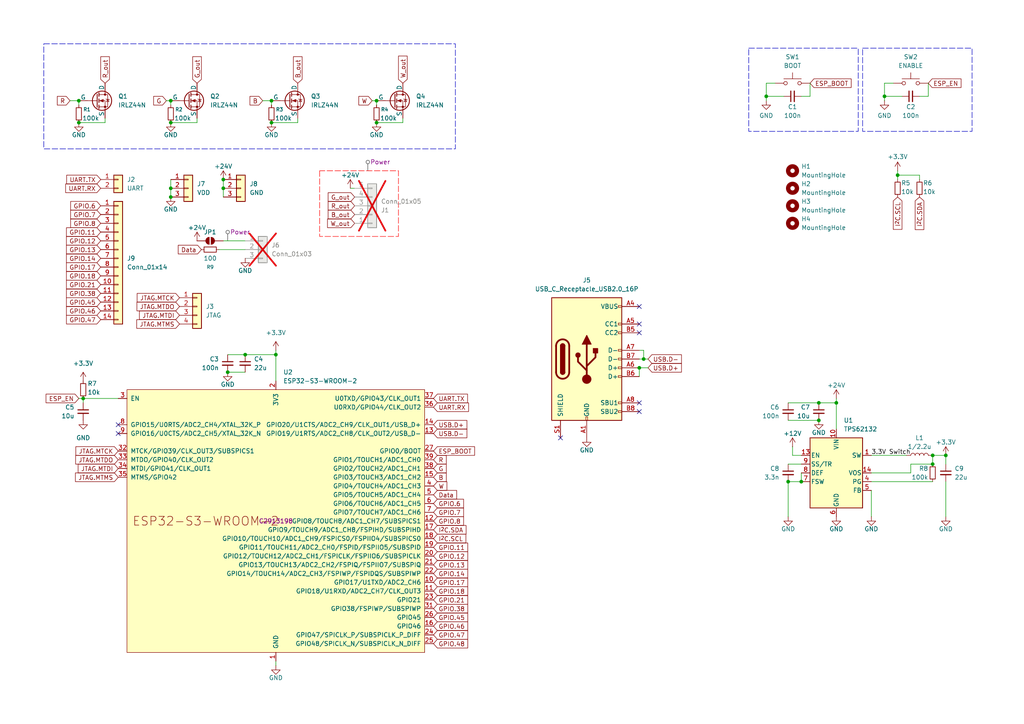
<source format=kicad_sch>
(kicad_sch (version 20250114) (generator "eeschema") (generator_version "9.0")
  (paper "A4")
  (lib_symbols
    (symbol "Connector:USB_C_Receptacle_USB2.0_16P" (pin_names (offset 1.016))
      (property "Reference" "J" (at 0 22.225 0))
      (property "Value" "USB_C_Receptacle_USB2.0_16P" (at 0 19.685 0))
      (symbol "USB_C_Receptacle_USB2.0_16P_1_1"
        (pin passive line (at -7.62 -22.86 90) (length 5.08) (name "SHIELD") (number "S1"))
        (pin passive line (at 0 -22.86 90) (length 5.08) (name "GND") (number "A1"))
        (pin passive line (at 0 -22.86 90) (length 5.08) (hide yes) (name "GND") (number "A12"))
        (pin passive line (at 0 -22.86 90) (length 5.08) (hide yes) (name "GND") (number "B1"))
        (pin passive line (at 0 -22.86 90) (length 5.08) (hide yes) (name "GND") (number "B12"))
        (pin passive line (at 15.24 15.24 180) (length 5.08) (name "VBUS") (number "A4"))
        (pin passive line (at 15.24 15.24 180) (length 5.08) (hide yes) (name "VBUS") (number "A9"))
        (pin passive line (at 15.24 15.24 180) (length 5.08) (hide yes) (name "VBUS") (number "B4"))
        (pin passive line (at 15.24 15.24 180) (length 5.08) (hide yes) (name "VBUS") (number "B9"))
        (pin bidirectional line (at 15.24 10.16 180) (length 5.08) (name "CC1") (number "A5"))
        (pin bidirectional line (at 15.24 7.62 180) (length 5.08) (name "CC2") (number "B5"))
        (pin bidirectional line (at 15.24 2.54 180) (length 5.08) (name "D-") (number "A7"))
        (pin bidirectional line (at 15.24 0 180) (length 5.08) (name "D-") (number "B7"))
        (pin bidirectional line (at 15.24 -2.54 180) (length 5.08) (name "D+") (number "A6"))
        (pin bidirectional line (at 15.24 -5.08 180) (length 5.08) (name "D+") (number "B6"))
        (pin bidirectional line (at 15.24 -12.7 180) (length 5.08) (name "SBU1") (number "A8"))
        (pin bidirectional line (at 15.24 -15.24 180) (length 5.08) (name "SBU2") (number "B8"))
      )
    )
    (symbol "Connector_Generic:Conn_01x02" (pin_names (offset 1.016) (hide yes))
      (property "Reference" "J" (at 0 2.54 0))
      (property "Value" "Conn_01x02" (at 0 -5.08 0))
      (symbol "Conn_01x02_1_1"
        (pin passive line (at -5.08 0 0) (length 3.81) (name "Pin_1") (number "1"))
        (pin passive line (at -5.08 -2.54 0) (length 3.81) (name "Pin_2") (number "2"))
      )
    )
    (symbol "Connector_Generic:Conn_01x03" (pin_names (offset 1.016) (hide yes))
      (property "Reference" "J" (at 0 5.08 0))
      (property "Value" "Conn_01x03" (at 0 -5.08 0))
      (symbol "Conn_01x03_1_1"
        (pin passive line (at -5.08 2.54 0) (length 3.81) (name "Pin_1") (number "1"))
        (pin passive line (at -5.08 0 0) (length 3.81) (name "Pin_2") (number "2"))
        (pin passive line (at -5.08 -2.54 0) (length 3.81) (name "Pin_3") (number "3"))
      )
    )
    (symbol "Connector_Generic:Conn_01x04" (pin_names (offset 1.016) (hide yes))
      (property "Reference" "J" (at 0 5.08 0))
      (property "Value" "Conn_01x04" (at 0 -7.62 0))
      (symbol "Conn_01x04_1_1"
        (pin passive line (at -5.08 2.54 0) (length 3.81) (name "Pin_1") (number "1"))
        (pin passive line (at -5.08 0 0) (length 3.81) (name "Pin_2") (number "2"))
        (pin passive line (at -5.08 -2.54 0) (length 3.81) (name "Pin_3") (number "3"))
        (pin passive line (at -5.08 -5.08 0) (length 3.81) (name "Pin_4") (number "4"))
      )
    )
    (symbol "Connector_Generic:Conn_01x05" (pin_names (offset 1.016) (hide yes))
      (property "Reference" "J" (at 0 7.62 0))
      (property "Value" "Conn_01x05" (at 0 -7.62 0))
      (symbol "Conn_01x05_1_1"
        (pin passive line (at -5.08 5.08 0) (length 3.81) (name "Pin_1") (number "1"))
        (pin passive line (at -5.08 2.54 0) (length 3.81) (name "Pin_2") (number "2"))
        (pin passive line (at -5.08 0 0) (length 3.81) (name "Pin_3") (number "3"))
        (pin passive line (at -5.08 -2.54 0) (length 3.81) (name "Pin_4") (number "4"))
        (pin passive line (at -5.08 -5.08 0) (length 3.81) (name "Pin_5") (number "5"))
      )
    )
    (symbol "Connector_Generic:Conn_01x14" (pin_names (offset 1.016) (hide yes))
      (property "Reference" "J" (at 0 17.78 0))
      (property "Value" "Conn_01x14" (at 0 -20.32 0))
      (symbol "Conn_01x14_1_1"
        (pin passive line (at -5.08 15.24 0) (length 3.81) (name "Pin_1") (number "1"))
        (pin passive line (at -5.08 12.7 0) (length 3.81) (name "Pin_2") (number "2"))
        (pin passive line (at -5.08 10.16 0) (length 3.81) (name "Pin_3") (number "3"))
        (pin passive line (at -5.08 7.62 0) (length 3.81) (name "Pin_4") (number "4"))
        (pin passive line (at -5.08 5.08 0) (length 3.81) (name "Pin_5") (number "5"))
        (pin passive line (at -5.08 2.54 0) (length 3.81) (name "Pin_6") (number "6"))
        (pin passive line (at -5.08 0 0) (length 3.81) (name "Pin_7") (number "7"))
        (pin passive line (at -5.08 -2.54 0) (length 3.81) (name "Pin_8") (number "8"))
        (pin passive line (at -5.08 -5.08 0) (length 3.81) (name "Pin_9") (number "9"))
        (pin passive line (at -5.08 -7.62 0) (length 3.81) (name "Pin_10") (number "10"))
        (pin passive line (at -5.08 -10.16 0) (length 3.81) (name "Pin_11") (number "11"))
        (pin passive line (at -5.08 -12.7 0) (length 3.81) (name "Pin_12") (number "12"))
        (pin passive line (at -5.08 -15.24 0) (length 3.81) (name "Pin_13") (number "13"))
        (pin passive line (at -5.08 -17.78 0) (length 3.81) (name "Pin_14") (number "14"))
      )
    )
    (symbol "Device:C_Small" (pin_numbers (hide yes)) (pin_names (offset 0.254) (hide yes))
      (property "Reference" "C" (at 0.254 1.778 0))
      (property "Value" "C_Small" (at 0.254 -2.032 0))
      (symbol "C_Small_1_1"
        (pin passive line (at 0 2.54 270) (length 2.032) (name "~") (number "1"))
        (pin passive line (at 0 -2.54 90) (length 2.032) (name "~") (number "2"))
      )
    )
    (symbol "Device:L" (pin_numbers (hide yes)) (pin_names (offset 1.016) (hide yes))
      (property "Reference" "L" (at -1.27 0 90))
      (property "Value" "L" (at 1.905 0 90))
      (symbol "L_1_1"
        (pin passive line (at 0 3.81 270) (length 1.27) (name "1") (number "1"))
        (pin passive line (at 0 -3.81 90) (length 1.27) (name "2") (number "2"))
      )
    )
    (symbol "Device:R_Small" (pin_numbers (hide yes)) (pin_names (offset 0.254) (hide yes))
      (property "Reference" "R" (at 0 0 90))
      (property "Value" "R_Small" (at 1.778 0 90))
      (symbol "R_Small_1_1"
        (pin passive line (at 0 2.54 270) (length 0.762) (name "~") (number "1"))
        (pin passive line (at 0 -2.54 90) (length 0.762) (name "~") (number "2"))
      )
    )
    (symbol "Jumper:SolderJumper_2_Open" (pin_numbers (hide yes)) (pin_names (offset 0) (hide yes)) (in_bom no)
      (property "Reference" "JP" (at 0 2.032 0))
      (property "Value" "SolderJumper_2_Open" (at 0 -2.54 0))
      (symbol "SolderJumper_2_Open_1_1"
        (pin passive line (at -3.81 0 0) (length 2.54) (name "A") (number "1"))
        (pin passive line (at 3.81 0 180) (length 2.54) (name "B") (number "2"))
      )
    )
    (symbol "Mechanical:MountingHole" (pin_names (offset 1.016)) (in_bom no)
      (property "Reference" "H" (at 0 5.08 0))
      (property "Value" "MountingHole" (at 0 3.175 0))
    )
    (symbol "PCM_Espressif:ESP32-S3-WROOM-2" (pin_names (offset 1.016))
      (property "Reference" "U" (at -43.18 43.18 0))
      (property "Value" "ESP32-S3-WROOM-2" (at -43.18 40.64 0))
      (symbol "ESP32-S3-WROOM-2_0_0"
        (text "ESP32-S3-WROOM-2" (at -20.32 0 0) (effects (font (size 2.54 2.54))))
        (pin input line (at -45.72 35.56 0) (length 2.54) (name "EN") (number "3"))
        (pin bidirectional line (at -45.72 27.94 0) (length 2.54) (name "GPIO15/U0RTS/ADC2_CH4/XTAL_32K_P") (number "8"))
        (pin bidirectional line (at -45.72 25.4 0) (length 2.54) (name "GPIO16/U0CTS/ADC2_CH5/XTAL_32K_N") (number "9"))
        (pin bidirectional line (at -45.72 20.32 0) (length 2.54) (name "MTCK/GPIO39/CLK_OUT3/SUBSPICS1") (number "32"))
        (pin bidirectional line (at -45.72 17.78 0) (length 2.54) (name "MTDO/GPIO40/CLK_OUT2") (number "33"))
        (pin bidirectional line (at -45.72 15.24 0) (length 2.54) (name "MTDI/GPIO41/CLK_OUT1") (number "34"))
        (pin bidirectional line (at -45.72 12.7 0) (length 2.54) (name "MTMS/GPIO42") (number "35"))
        (pin no_connect line (at -43.18 -30.48 0) (length 2.54) (hide yes) (name "NC") (number "30"))
        (pin no_connect line (at -43.18 -33.02 0) (length 2.54) (hide yes) (name "NC") (number "29"))
        (pin no_connect line (at -43.18 -35.56 0) (length 2.54) (hide yes) (name "NC") (number "28"))
        (pin power_in line (at 0 40.64 270) (length 2.54) (name "3V3") (number "2"))
        (pin power_in line (at 0 -40.64 90) (length 2.54) (name "GND") (number "1"))
        (pin passive line (at 0 -40.64 90) (length 2.54) (hide yes) (name "GND") (number "40"))
        (pin passive line (at 0 -40.64 90) (length 2.54) (hide yes) (name "GND") (number "41"))
        (pin bidirectional line (at 45.72 35.56 180) (length 2.54) (name "U0TXD/GPIO43/CLK_OUT1") (number "37"))
        (pin bidirectional line (at 45.72 33.02 180) (length 2.54) (name "U0RXD/GPIO44/CLK_OUT2") (number "36"))
        (pin bidirectional line (at 45.72 27.94 180) (length 2.54) (name "GPIO20/U1CTS/ADC2_CH9/CLK_OUT1/USB_D+") (number "14"))
        (pin bidirectional line (at 45.72 25.4 180) (length 2.54) (name "GPIO19/U1RTS/ADC2_CH8/CLK_OUT2/USB_D-") (number "13"))
        (pin bidirectional line (at 45.72 20.32 180) (length 2.54) (name "GPIO0/BOOT") (number "27"))
        (pin bidirectional line (at 45.72 17.78 180) (length 2.54) (name "GPIO1/TOUCH1/ADC1_CH0") (number "39"))
        (pin bidirectional line (at 45.72 15.24 180) (length 2.54) (name "GPIO2/TOUCH2/ADC1_CH1") (number "38"))
        (pin bidirectional line (at 45.72 12.7 180) (length 2.54) (name "GPIO3/TOUCH3/ADC1_CH2") (number "15"))
        (pin bidirectional line (at 45.72 10.16 180) (length 2.54) (name "GPIO4/TOUCH4/ADC1_CH3") (number "4"))
        (pin bidirectional line (at 45.72 7.62 180) (length 2.54) (name "GPIO5/TOUCH5/ADC1_CH4") (number "5"))
        (pin bidirectional line (at 45.72 5.08 180) (length 2.54) (name "GPIO6/TOUCH6/ADC1_CH5") (number "6"))
        (pin bidirectional line (at 45.72 2.54 180) (length 2.54) (name "GPIO7/TOUCH7/ADC1_CH6") (number "7"))
        (pin bidirectional line (at 45.72 0 180) (length 2.54) (name "GPIO8/TOUCH8/ADC1_CH7/SUBSPICS1") (number "12"))
        (pin bidirectional line (at 45.72 -2.54 180) (length 2.54) (name "GPIO9/TOUCH9/ADC1_CH8/FSPIHD/SUBSPIHD") (number "17"))
        (pin bidirectional line (at 45.72 -5.08 180) (length 2.54) (name "GPIO10/TOUCH10/ADC1_CH9/FSPICS0/FSPIIO4/SUBSPICS0") (number "18"))
        (pin bidirectional line (at 45.72 -7.62 180) (length 2.54) (name "GPIO11/TOUCH11/ADC2_CH0/FSPID/FSPIIO5/SUBSPID") (number "19"))
        (pin bidirectional line (at 45.72 -10.16 180) (length 2.54) (name "GPIO12/TOUCH12/ADC2_CH1/FSPICLK/FSPIIO6/SUBSPICLK") (number "20"))
        (pin bidirectional line (at 45.72 -12.7 180) (length 2.54) (name "GPIO13/TOUCH13/ADC2_CH2/FSPIQ/FSPIIO7/SUBSPIQ") (number "21"))
        (pin bidirectional line (at 45.72 -15.24 180) (length 2.54) (name "GPIO14/TOUCH14/ADC2_CH3/FSPIWP/FSPIDQS/SUBSPIWP") (number "22"))
        (pin bidirectional line (at 45.72 -17.78 180) (length 2.54) (name "GPIO17/U1TXD/ADC2_CH6") (number "10"))
        (pin bidirectional line (at 45.72 -20.32 180) (length 2.54) (name "GPIO18/U1RXD/ADC2_CH7/CLK_OUT3") (number "11"))
        (pin bidirectional line (at 45.72 -22.86 180) (length 2.54) (name "GPIO21") (number "23"))
        (pin bidirectional line (at 45.72 -25.4 180) (length 2.54) (name "GPIO38/FSPIWP/SUBSPIWP") (number "31"))
        (pin bidirectional line (at 45.72 -27.94 180) (length 2.54) (name "GPIO45") (number "26"))
        (pin bidirectional line (at 45.72 -30.48 180) (length 2.54) (name "GPIO46") (number "16"))
        (pin bidirectional line (at 45.72 -33.02 180) (length 2.54) (name "GPIO47/SPICLK_P/SUBSPICLK_P_DIFF") (number "24"))
        (pin bidirectional line (at 45.72 -35.56 180) (length 2.54) (name "GPIO48/SPICLK_N/SUBSPICLK_N_DIFF") (number "25"))
      )
    )
    (symbol "Regulator_Switching:TPS62132" (pin_names (offset 0.254))
      (property "Reference" "U" (at 3.81 13.97 0))
      (property "Value" "TPS62132" (at 3.81 11.43 0))
      (symbol "TPS62132_1_1"
        (pin input line (at -10.16 5.08 0) (length 2.54) (name "EN") (number "13"))
        (pin input line (at -10.16 2.54 0) (length 2.54) (name "SS/TR") (number "9"))
        (pin input line (at -10.16 0 0) (length 2.54) (name "DEF") (number "8"))
        (pin input line (at -10.16 -2.54 0) (length 2.54) (name "FSW") (number "7"))
        (pin power_in line (at 0 12.7 270) (length 2.54) (name "VIN") (number "10"))
        (pin passive line (at 0 12.7 270) (length 2.54) (hide yes) (name "VIN") (number "11"))
        (pin passive line (at 0 12.7 270) (length 2.54) (hide yes) (name "VIN") (number "12"))
        (pin passive line (at 0 -12.7 90) (length 2.54) (hide yes) (name "GND") (number "15"))
        (pin passive line (at 0 -12.7 90) (length 2.54) (hide yes) (name "GND") (number "16"))
        (pin passive line (at 0 -12.7 90) (length 2.54) (hide yes) (name "GND") (number "17"))
        (pin power_in line (at 0 -12.7 90) (length 2.54) (name "GND") (number "6"))
        (pin output line (at 10.16 5.08 180) (length 2.54) (name "SW") (number "1"))
        (pin passive line (at 10.16 5.08 180) (length 2.54) (hide yes) (name "SW") (number "2"))
        (pin passive line (at 10.16 5.08 180) (length 2.54) (hide yes) (name "SW") (number "3"))
        (pin input line (at 10.16 0 180) (length 2.54) (name "VOS") (number "14"))
        (pin open_collector line (at 10.16 -2.54 180) (length 2.54) (name "PG") (number "4"))
        (pin input line (at 10.16 -5.08 180) (length 2.54) (name "FB") (number "5"))
      )
    )
    (symbol "Simulation_SPICE:NMOS" (pin_numbers (hide yes)) (pin_names (offset 0))
      (property "Reference" "Q" (at 5.08 1.27 0))
      (property "Value" "NMOS" (at 5.08 -1.27 0))
      (symbol "NMOS_1_1"
        (pin input line (at -5.08 0 0) (length 2.54) (name "G") (number "2"))
        (pin passive line (at 2.54 5.08 270) (length 2.54) (name "D") (number "1"))
        (pin passive line (at 2.54 -5.08 90) (length 2.54) (name "S") (number "3"))
      )
    )
    (symbol "Switch:SW_Push" (pin_numbers (hide yes)) (pin_names (offset 1.016) (hide yes))
      (property "Reference" "SW" (at 1.27 2.54 0))
      (property "Value" "SW_Push" (at 0 -1.524 0))
      (symbol "SW_Push_0_1"
        (pin passive line (at -5.08 0 0) (length 2.54) (name "1") (number "1"))
        (pin passive line (at 5.08 0 180) (length 2.54) (name "2") (number "2"))
      )
    )
    (symbol "power:+3.3V" (power) (pin_numbers (hide yes)) (pin_names (offset 0) (hide yes))
      (property "Value" "+3.3V" (at 0 3.556 0))
      (symbol "+3.3V_1_1"
        (pin power_in line (at 0 0 90) (length 0) (name "~") (number "1"))
      )
    )
    (symbol "power:GND" (power) (pin_numbers (hide yes)) (pin_names (offset 0) (hide yes))
      (property "Value" "GND" (at 0 -3.81 0))
      (symbol "GND_1_1"
        (pin power_in line (at 0 0 270) (length 0) (name "~") (number "1"))
      )
    )
  )
  (rectangle (start 250.19 13.97) (end 281.94 38.1) (stroke (width 0) (type dash)))
  (rectangle (start 12.7 12.7) (end 132.08 43.18) (stroke (width 0) (type dash)))
  (rectangle (start 217.17 13.97) (end 248.92 38.1) (stroke (width 0) (type dash)))
  (junction (at 22.8665 35.56))
  (junction (at 49.53 35.56))
  (junction (at 109.22 35.56))
  (junction (at 228.6 139.7))
  (junction (at 232.41 139.7))
  (junction (at 270.51 132.08))
  (junction (at 270.51 134.62))
  (junction (at 78.74 29.21))
  (junction (at 66.04 107.95))
  (junction (at 49.53 57.15))
  (junction (at 222.25 27.94))
  (junction (at 274.32 132.08))
  (junction (at 237.49 121.92))
  (junction (at 22.86 29.21))
  (junction (at 256.54 27.94))
  (junction (at 24.13 115.57))
  (junction (at 71.12 102.87))
  (junction (at 109.22 29.21))
  (junction (at 49.53 54.61))
  (junction (at 242.57 116.84))
  (junction (at 237.49 116.84))
  (junction (at 185.42 106.68))
  (junction (at 78.74 35.56))
  (junction (at 64.77 52.07))
  (junction (at 64.77 54.61))
  (junction (at 260.35 50.8))
  (junction (at 49.53 29.21))
  (junction (at 186.69 104.14))
  (junction (at 80.01 102.87))
  (no_connect (at 34.29 125.73))
  (no_connect (at 185.42 88.9))
  (no_connect (at 185.42 116.84))
  (no_connect (at 185.42 93.98))
  (no_connect (at 185.42 119.38))
  (no_connect (at 34.29 123.19))
  (no_connect (at 185.42 96.52))
  (no_connect (at 162.56 127))
  (wire (pts (xy 49.53 54.61) (xy 49.53 57.15)))
  (wire (pts (xy 80.01 102.87) (xy 71.12 102.87)))
  (wire (pts (xy 22.86 115.57) (xy 24.13 115.57)))
  (wire (pts (xy 232.41 132.08) (xy 229.87 132.08)))
  (wire (pts (xy 49.53 52.07) (xy 49.53 54.61)))
  (wire (pts (xy 256.54 29.21) (xy 256.54 27.94)))
  (wire (pts (xy 109.22 35.56) (xy 116.84 35.56)))
  (wire (pts (xy 80.01 102.87) (xy 80.01 110.49)))
  (wire (pts (xy 222.25 24.13) (xy 224.79 24.13)))
  (wire (pts (xy 30.48 35.56) (xy 22.8665 35.56)))
  (wire (pts (xy 260.35 50.8) (xy 260.35 52.07)))
  (wire (pts (xy 270.51 134.62) (xy 270.51 132.08)))
  (wire (pts (xy 256.54 24.13) (xy 256.54 27.94)))
  (wire (pts (xy 24.13 115.57) (xy 34.29 115.57)))
  (wire (pts (xy 270.51 132.08) (xy 274.32 132.08)))
  (wire (pts (xy 185.42 104.14) (xy 186.69 104.14)))
  (wire (pts (xy 269.24 27.94) (xy 269.24 24.13)))
  (wire (pts (xy 22.86 30.48) (xy 22.86 29.21)))
  (wire (pts (xy 63.5 72.39) (xy 71.12 72.39)))
  (wire (pts (xy 185.42 106.68) (xy 187.96 106.68)))
  (wire (pts (xy 234.95 27.94) (xy 234.95 24.13)))
  (wire (pts (xy 252.73 132.08) (xy 262.89 132.08)))
  (wire (pts (xy 185.42 106.68) (xy 185.42 109.22)))
  (wire (pts (xy 86.36 34.29) (xy 86.36 35.56)))
  (wire (pts (xy 264.16 134.62) (xy 270.51 134.62)))
  (wire (pts (xy 264.16 134.62) (xy 264.16 137.16)))
  (wire (pts (xy 186.69 101.6) (xy 185.42 101.6)))
  (wire (pts (xy 116.84 34.29) (xy 116.84 35.56)))
  (wire (pts (xy 101.6 54.61) (xy 102.87 54.61)))
  (wire (pts (xy 264.16 137.16) (xy 252.73 137.16)))
  (wire (pts (xy 80.01 191.77) (xy 80.01 193.04)))
  (wire (pts (xy 64.77 69.85) (xy 71.12 69.85)))
  (wire (pts (xy 57.15 34.29) (xy 57.15 35.56)))
  (wire (pts (xy 107.95 29.21) (xy 109.22 29.21)))
  (wire (pts (xy 229.87 132.08) (xy 229.87 129.54)))
  (wire (pts (xy 222.25 29.21) (xy 222.25 27.94)))
  (wire (pts (xy 242.57 115.57) (xy 242.57 116.84)))
  (wire (pts (xy 66.04 107.95) (xy 71.12 107.95)))
  (wire (pts (xy 252.73 142.24) (xy 252.73 149.86)))
  (wire (pts (xy 109.22 30.48) (xy 109.22 29.21)))
  (wire (pts (xy 80.01 101.6) (xy 80.01 102.87)))
  (wire (pts (xy 64.77 54.61) (xy 64.77 57.15)))
  (wire (pts (xy 78.74 30.48) (xy 78.74 29.21)))
  (wire (pts (xy 64.77 52.07) (xy 64.77 54.61)))
  (wire (pts (xy 252.73 139.7) (xy 270.51 139.7)))
  (wire (pts (xy 78.74 35.56) (xy 86.36 35.56)))
  (wire (pts (xy 260.35 50.8) (xy 266.7 50.8)))
  (wire (pts (xy 228.6 134.62) (xy 232.41 134.62)))
  (wire (pts (xy 274.32 132.08) (xy 274.32 134.62)))
  (wire (pts (xy 256.54 24.13) (xy 259.08 24.13)))
  (wire (pts (xy 22.8665 35.56) (xy 22.86 35.56)))
  (wire (pts (xy 222.25 27.94) (xy 227.33 27.94)))
  (wire (pts (xy 228.6 116.84) (xy 237.49 116.84)))
  (wire (pts (xy 76.2 29.21) (xy 78.74 29.21)))
  (wire (pts (xy 232.41 137.16) (xy 232.41 139.7)))
  (wire (pts (xy 20.32 29.21) (xy 22.86 29.21)))
  (wire (pts (xy 24.13 116.84) (xy 24.13 115.57)))
  (wire (pts (xy 242.57 116.84) (xy 242.57 124.46)))
  (wire (pts (xy 57.15 35.56) (xy 49.53 35.56)))
  (wire (pts (xy 186.69 101.6) (xy 186.69 104.14)))
  (wire (pts (xy 228.6 139.7) (xy 232.41 139.7)))
  (wire (pts (xy 48.26 29.21) (xy 49.53 29.21)))
  (wire (pts (xy 232.41 27.94) (xy 234.95 27.94)))
  (wire (pts (xy 186.69 104.14) (xy 187.96 104.14)))
  (wire (pts (xy 222.25 24.13) (xy 222.25 27.94)))
  (wire (pts (xy 274.32 139.7) (xy 274.32 149.86)))
  (wire (pts (xy 228.6 121.92) (xy 237.49 121.92)))
  (wire (pts (xy 256.54 27.94) (xy 261.62 27.94)))
  (wire (pts (xy 237.49 116.84) (xy 242.57 116.84)))
  (wire (pts (xy 71.12 102.87) (xy 66.04 102.87)))
  (wire (pts (xy 30.48 34.29) (xy 30.48 35.56)))
  (wire (pts (xy 266.7 52.07) (xy 266.7 50.8)))
  (wire (pts (xy 266.7 27.94) (xy 269.24 27.94)))
  (wire (pts (xy 260.35 49.53) (xy 260.35 50.8)))
  (wire (pts (xy 228.6 149.86) (xy 228.6 139.7)))
  (wire (pts (xy 49.53 30.48) (xy 49.53 29.21)))
  (label "3.3V Switch" (at 252.73 132.08 0))
  (global_label "GPIO.14" (shape input) (at 125.73 166.37 0) (property "Intersheetrefs" "${INTERSHEET_REFS}" (effects (hide yes))))
  (global_label "I^{2}C.SDA" (shape input) (at 266.7 57.15 270) (property "Intersheetrefs" "${INTERSHEET_REFS}" (effects (hide yes))))
  (global_label "GPIO.21" (shape input) (at 29.21 82.55 180) (property "Intersheetrefs" "${INTERSHEET_REFS}" (effects (hide yes))))
  (global_label "R_out" (shape input) (at 30.48 24.13 90) (property "Intersheetrefs" "${INTERSHEET_REFS}" (effects (hide yes))))
  (global_label "G" (shape input) (at 125.73 135.89 0) (property "Intersheetrefs" "${INTERSHEET_REFS}" (effects (hide yes))))
  (global_label "JTAG.MTCK" (shape input) (at 52.07 86.36 180) (property "Intersheetrefs" "${INTERSHEET_REFS}" (effects (hide yes))))
  (global_label "Data" (shape input) (at 125.73 143.51 0) (property "Intersheetrefs" "${INTERSHEET_REFS}" (effects (hide yes))))
  (global_label "GPIO.7" (shape input) (at 29.21 62.23 180) (property "Intersheetrefs" "${INTERSHEET_REFS}" (effects (hide yes))))
  (global_label "UART.RX" (shape input) (at 29.21 54.61 180) (property "Intersheetrefs" "${INTERSHEET_REFS}" (effects (hide yes))))
  (global_label "GPIO.45" (shape input) (at 29.21 87.63 180) (property "Intersheetrefs" "${INTERSHEET_REFS}" (effects (hide yes))))
  (global_label "JTAG.MTDI" (shape input) (at 52.07 91.44 180) (property "Intersheetrefs" "${INTERSHEET_REFS}" (effects (hide yes))))
  (global_label "R" (shape input) (at 125.73 133.35 0) (property "Intersheetrefs" "${INTERSHEET_REFS}" (effects (hide yes))))
  (global_label "W" (shape input) (at 125.73 140.97 0) (property "Intersheetrefs" "${INTERSHEET_REFS}" (effects (hide yes))))
  (global_label "GPIO.46" (shape input) (at 29.21 90.17 180) (property "Intersheetrefs" "${INTERSHEET_REFS}" (effects (hide yes))))
  (global_label "USB.D+" (shape input) (at 187.96 106.68 0) (property "Intersheetrefs" "${INTERSHEET_REFS}" (effects (hide yes))))
  (global_label "B_out" (shape input) (at 86.36 24.13 90) (property "Intersheetrefs" "${INTERSHEET_REFS}" (effects (hide yes))))
  (global_label "GPIO.8" (shape input) (at 125.73 151.13 0) (property "Intersheetrefs" "${INTERSHEET_REFS}" (effects (hide yes))))
  (global_label "R_out" (shape input) (at 102.87 59.69 180) (property "Intersheetrefs" "${INTERSHEET_REFS}" (effects (hide yes))))
  (global_label "GPIO.8" (shape input) (at 29.21 64.77 180) (property "Intersheetrefs" "${INTERSHEET_REFS}" (effects (hide yes))))
  (global_label "W_out" (shape input) (at 116.84 24.13 90) (property "Intersheetrefs" "${INTERSHEET_REFS}" (effects (hide yes))))
  (global_label "GPIO.17" (shape input) (at 125.73 168.91 0) (property "Intersheetrefs" "${INTERSHEET_REFS}" (effects (hide yes))))
  (global_label "GPIO.18" (shape input) (at 29.21 80.01 180) (property "Intersheetrefs" "${INTERSHEET_REFS}" (effects (hide yes))))
  (global_label "GPIO.48" (shape input) (at 125.73 186.69 0) (property "Intersheetrefs" "${INTERSHEET_REFS}" (effects (hide yes))))
  (global_label "GPIO.47" (shape input) (at 29.21 92.71 180) (property "Intersheetrefs" "${INTERSHEET_REFS}" (effects (hide yes))))
  (global_label "GPIO.17" (shape input) (at 29.21 77.47 180) (property "Intersheetrefs" "${INTERSHEET_REFS}" (effects (hide yes))))
  (global_label "GPIO.12" (shape input) (at 29.21 69.85 180) (property "Intersheetrefs" "${INTERSHEET_REFS}" (effects (hide yes))))
  (global_label "G" (shape input) (at 48.26 29.21 180) (property "Intersheetrefs" "${INTERSHEET_REFS}" (effects (hide yes))))
  (global_label "Data" (shape input) (at 58.42 72.39 180) (property "Intersheetrefs" "${INTERSHEET_REFS}" (effects (hide yes))))
  (global_label "GPIO.13" (shape input) (at 29.21 72.39 180) (property "Intersheetrefs" "${INTERSHEET_REFS}" (effects (hide yes))))
  (global_label "USB.D+" (shape input) (at 125.73 123.19 0) (property "Intersheetrefs" "${INTERSHEET_REFS}" (effects (hide yes))))
  (global_label "ESP_BOOT" (shape input) (at 234.95 24.13 0) (property "Intersheetrefs" "${INTERSHEET_REFS}" (effects (hide yes))))
  (global_label "W" (shape input) (at 107.95 29.21 180) (property "Intersheetrefs" "${INTERSHEET_REFS}" (effects (hide yes))))
  (global_label "W_out" (shape input) (at 102.87 64.77 180) (property "Intersheetrefs" "${INTERSHEET_REFS}" (effects (hide yes))))
  (global_label "G_out" (shape input) (at 102.87 57.15 180) (property "Intersheetrefs" "${INTERSHEET_REFS}" (effects (hide yes))))
  (global_label "JTAG.MTDO" (shape input) (at 52.07 88.9 180) (property "Intersheetrefs" "${INTERSHEET_REFS}" (effects (hide yes))))
  (global_label "GPIO.38" (shape input) (at 29.21 85.09 180) (property "Intersheetrefs" "${INTERSHEET_REFS}" (effects (hide yes))))
  (global_label "UART.TX" (shape input) (at 125.73 115.57 0) (property "Intersheetrefs" "${INTERSHEET_REFS}" (effects (hide yes))))
  (global_label "GPIO.13" (shape input) (at 125.73 163.83 0) (property "Intersheetrefs" "${INTERSHEET_REFS}" (effects (hide yes))))
  (global_label "USB.D-" (shape input) (at 125.73 125.73 0) (property "Intersheetrefs" "${INTERSHEET_REFS}" (effects (hide yes))))
  (global_label "I^{2}C.SCL" (shape input) (at 260.35 57.15 270) (property "Intersheetrefs" "${INTERSHEET_REFS}" (effects (hide yes))))
  (global_label "GPIO.11" (shape input) (at 125.73 158.75 0) (property "Intersheetrefs" "${INTERSHEET_REFS}" (effects (hide yes))))
  (global_label "GPIO.45" (shape input) (at 125.73 179.07 0) (property "Intersheetrefs" "${INTERSHEET_REFS}" (effects (hide yes))))
  (global_label "GPIO.11" (shape input) (at 29.21 67.31 180) (property "Intersheetrefs" "${INTERSHEET_REFS}" (effects (hide yes))))
  (global_label "GPIO.12" (shape input) (at 125.73 161.29 0) (property "Intersheetrefs" "${INTERSHEET_REFS}" (effects (hide yes))))
  (global_label "GPIO.6" (shape input) (at 125.73 146.05 0) (property "Intersheetrefs" "${INTERSHEET_REFS}" (effects (hide yes))))
  (global_label "ESP_EN" (shape input) (at 269.24 24.13 0) (property "Intersheetrefs" "${INTERSHEET_REFS}" (effects (hide yes))))
  (global_label "B" (shape input) (at 76.2 29.21 180) (property "Intersheetrefs" "${INTERSHEET_REFS}" (effects (hide yes))))
  (global_label "JTAG.MTDO" (shape input) (at 34.29 133.35 180) (property "Intersheetrefs" "${INTERSHEET_REFS}" (effects (hide yes))))
  (global_label "JTAG.MTMS" (shape input) (at 52.07 93.98 180) (property "Intersheetrefs" "${INTERSHEET_REFS}" (effects (hide yes))))
  (global_label "UART.RX" (shape input) (at 125.73 118.11 0) (property "Intersheetrefs" "${INTERSHEET_REFS}" (effects (hide yes))))
  (global_label "JTAG.MTCK" (shape input) (at 34.29 130.81 180) (property "Intersheetrefs" "${INTERSHEET_REFS}" (effects (hide yes))))
  (global_label "GPIO.38" (shape input) (at 125.73 176.53 0) (property "Intersheetrefs" "${INTERSHEET_REFS}" (effects (hide yes))))
  (global_label "I^{2}C.SDA" (shape input) (at 125.73 153.67 0) (property "Intersheetrefs" "${INTERSHEET_REFS}" (effects (hide yes))))
  (global_label "GPIO.21" (shape input) (at 125.73 173.99 0) (property "Intersheetrefs" "${INTERSHEET_REFS}" (effects (hide yes))))
  (global_label "GPIO.14" (shape input) (at 29.21 74.93 180) (property "Intersheetrefs" "${INTERSHEET_REFS}" (effects (hide yes))))
  (global_label "USB.D-" (shape input) (at 187.96 104.14 0) (property "Intersheetrefs" "${INTERSHEET_REFS}" (effects (hide yes))))
  (global_label "GPIO.46" (shape input) (at 125.73 181.61 0) (property "Intersheetrefs" "${INTERSHEET_REFS}" (effects (hide yes))))
  (global_label "GPIO.6" (shape input) (at 29.21 59.69 180) (property "Intersheetrefs" "${INTERSHEET_REFS}" (effects (hide yes))))
  (global_label "UART.TX" (shape input) (at 29.21 52.07 180) (property "Intersheetrefs" "${INTERSHEET_REFS}" (effects (hide yes))))
  (global_label "JTAG.MTDI" (shape input) (at 34.29 135.89 180) (property "Intersheetrefs" "${INTERSHEET_REFS}" (effects (hide yes))))
  (global_label "ESP_EN" (shape input) (at 22.86 115.57 180) (property "Intersheetrefs" "${INTERSHEET_REFS}" (effects (hide yes))))
  (global_label "JTAG.MTMS" (shape input) (at 34.29 138.43 180) (property "Intersheetrefs" "${INTERSHEET_REFS}" (effects (hide yes))))
  (global_label "GPIO.47" (shape input) (at 125.73 184.15 0) (property "Intersheetrefs" "${INTERSHEET_REFS}" (effects (hide yes))))
  (global_label "ESP_BOOT" (shape input) (at 125.73 130.81 0) (property "Intersheetrefs" "${INTERSHEET_REFS}" (effects (hide yes))))
  (global_label "G_out" (shape input) (at 57.15 24.13 90) (property "Intersheetrefs" "${INTERSHEET_REFS}" (effects (hide yes))))
  (global_label "R" (shape input) (at 20.32 29.21 180) (property "Intersheetrefs" "${INTERSHEET_REFS}" (effects (hide yes))))
  (global_label "GPIO.18" (shape input) (at 125.73 171.45 0) (property "Intersheetrefs" "${INTERSHEET_REFS}" (effects (hide yes))))
  (global_label "B_out" (shape input) (at 102.87 62.23 180) (property "Intersheetrefs" "${INTERSHEET_REFS}" (effects (hide yes))))
  (global_label "B" (shape input) (at 125.73 138.43 0) (property "Intersheetrefs" "${INTERSHEET_REFS}" (effects (hide yes))))
  (global_label "I^{2}C.SCL" (shape input) (at 125.73 156.21 0) (property "Intersheetrefs" "${INTERSHEET_REFS}" (effects (hide yes))))
  (global_label "GPIO.7" (shape input) (at 125.73 148.59 0) (property "Intersheetrefs" "${INTERSHEET_REFS}" (effects (hide yes))))
  (rule_area (polyline (pts (xy 92.71 49.53) (xy 92.71 68.58) (xy 115.57 68.58) (xy 115.57 49.53)) (stroke (width 0) (type dash))))
  (netclass_flag "" (length 2.54) (shape round) (at 106.68 49.53 0) (property "Netclass" "Power" (at 107.3785 46.99 0) (effects (justify left))))
  (netclass_flag "" (length 2.54) (shape round) (at 66.04 69.85 0) (property "Netclass" "Power" (at 66.7385 67.31 0) (effects (justify left))))
  (symbol (lib_id "power:GND") (at 237.49 121.92 0) (unit 1)
    (property "Reference" "#PWR020" (effects (hide yes)))
    (property "Value" "GND" (at 237.49 125.476 0))
    (property "Description" "Power symbol creates a global label with name \"GND\" , ground" (effects (hide yes)))
  )
  (symbol (lib_id "power:GND") (at 49.53 57.15 0) (unit 1)
    (property "Reference" "#PWR031" (effects (hide yes)))
    (property "Value" "GND" (at 49.53 60.706 0))
    (property "Description" "Power symbol creates a global label with name \"GND\" , ground" (effects (hide yes)))
  )
  (symbol (lib_id "Connector_Generic:Conn_01x03") (at 54.61 54.61 0) (unit 1)
    (property "Reference" "J7" (at 57.15 53.3399 0) (effects (justify left)))
    (property "Value" "VDD" (at 57.15 55.8799 0) (effects (justify left)))
    (property "Footprint" "TerminalBlock_Phoenix:TerminalBlock_Phoenix_MKDS-1,5-3-5.08_1x03_P5.08mm_Horizontal" (effects (hide yes)))
    (property "Description" "Generic connector, single row, 01x03, script generated (kicad-library-utils/schlib/autogen/connector/)" (effects (hide yes)))
  )
  (symbol (lib_id "power:GND") (at 80.01 193.04 0) (unit 1)
    (property "Reference" "#PWR027" (effects (hide yes)))
    (property "Value" "GND" (at 80.01 196.596 0))
    (property "Description" "Power symbol creates a global label with name \"GND\" , ground" (effects (hide yes)))
  )
  (symbol (lib_id "Mechanical:MountingHole") (at 229.87 49.53 0) (unit 1) (in_bom no)
    (property "Reference" "H1" (at 232.41 48.2599 0) (effects (justify left)))
    (property "Value" "MountingHole" (at 232.41 50.7999 0) (effects (justify left)))
    (property "Footprint" "MountingHole:MountingHole_3.2mm_M3" (effects (hide yes)))
    (property "Description" "Mounting Hole without connection" (effects (hide yes)))
  )
  (symbol (lib_id "Device:R_Small") (at 270.51 137.16 0) (mirror y) (unit 1)
    (property "Reference" "R8" (at 269.24 135.89 0) (effects (justify left)))
    (property "Value" "100k" (at 269.24 138.43 0) (effects (justify left)))
    (property "Footprint" "Resistor_SMD:R_0805_2012Metric_Pad1.20x1.40mm_HandSolder" (effects (hide yes)))
    (property "Description" "Resistor, small symbol" (effects (hide yes)))
    (property "LCSC" "C3017875" (effects (hide yes)))
  )
  (symbol (lib_id "Simulation_SPICE:NMOS") (at 27.94 29.21 0) (unit 1)
    (property "Reference" "Q1" (at 34.29 27.9399 0) (effects (justify left)))
    (property "Value" "IRLZ44N" (at 34.29 30.4799 0) (effects (justify left)))
    (property "Footprint" "Package_TO_SOT_THT:TO-220-3_Vertical" (effects (hide yes)))
    (property "Datasheet" "https://ngspice.sourceforge.io/docs/ngspice-html-manual/manual.xhtml#cha_MOSFETs" (effects (hide yes)))
    (property "Description" "N-MOSFET transistor, drain/source/gate" (effects (hide yes)))
    (property "Sim.Device" "NMOS" (effects (hide yes)))
    (property "Sim.Type" "VDMOS" (effects (hide yes)))
    (property "Sim.Pins" "1=D 2=G 3=S" (effects (hide yes)))
    (property "LCSC" "C42370423" (effects (hide yes)))
  )
  (symbol (lib_id "power:+3.3V") (at 229.87 129.54 0) (unit 1)
    (property "Reference" "#PWR021" (effects (hide yes)))
    (property "Value" "+12V" (at 229.87 125.73 0))
    (property "Description" "Power symbol creates a global label with name \"+3.3V\"" (effects (hide yes)))
  )
  (symbol (lib_id "Device:C_Small") (at 66.04 105.41 0) (unit 1)
    (property "Reference" "C3" (at 63.5 104.1462 0) (effects (justify right)))
    (property "Value" "100n" (at 63.5 106.6862 0) (effects (justify right)))
    (property "Footprint" "Capacitor_SMD:C_0805_2012Metric_Pad1.18x1.45mm_HandSolder" (effects (hide yes)))
    (property "Description" "Unpolarized capacitor, small symbol" (effects (hide yes)))
  )
  (symbol (lib_id "power:+3.3V") (at 260.35 49.53 0) (unit 1)
    (property "Reference" "#PWR04" (effects (hide yes)))
    (property "Value" "+3.3V" (at 260.35 45.466 0))
    (property "Description" "Power symbol creates a global label with name \"+3.3V\"" (effects (hide yes)))
  )
  (symbol (lib_id "Device:C_Small") (at 274.32 137.16 0) (mirror y) (unit 1)
    (property "Reference" "C9" (at 276.86 135.8962 0) (effects (justify right)))
    (property "Value" "22u" (at 276.86 138.4362 0) (effects (justify right)))
    (property "Footprint" "Capacitor_SMD:C_0805_2012Metric_Pad1.18x1.45mm_HandSolder" (effects (hide yes)))
    (property "Description" "Unpolarized capacitor, small symbol" (effects (hide yes)))
  )
  (symbol (lib_id "power:+3.3V") (at 242.57 115.57 0) (unit 1)
    (property "Reference" "#PWR019" (effects (hide yes)))
    (property "Value" "+24V" (at 242.57 111.76 0))
    (property "Description" "Power symbol creates a global label with name \"+3.3V\"" (effects (hide yes)))
  )
  (symbol (lib_id "Device:R_Small") (at 266.7 54.61 0) (unit 1)
    (property "Reference" "R6" (at 267.716 53.086 0) (effects (justify left)))
    (property "Value" "10k" (at 267.716 55.626 0) (effects (justify left)))
    (property "Footprint" "Resistor_SMD:R_0805_2012Metric_Pad1.20x1.40mm_HandSolder" (effects (hide yes)))
    (property "Description" "Resistor, small symbol" (effects (hide yes)))
    (property "LCSC" "C2930231" (effects (hide yes)))
  )
  (symbol (lib_id "Device:C_Small") (at 229.87 27.94 90) (mirror x) (unit 1)
    (property "Reference" "C1" (at 229.87 30.988 90))
    (property "Value" "100n" (at 229.87 33.528 90))
    (property "Footprint" "Capacitor_SMD:C_0805_2012Metric_Pad1.18x1.45mm_HandSolder" (effects (hide yes)))
    (property "Description" "Unpolarized capacitor, small symbol" (effects (hide yes)))
  )
  (symbol (lib_id "power:GND") (at 78.74 35.56 0) (unit 1)
    (property "Reference" "#PWR07" (effects (hide yes)))
    (property "Value" "GND" (at 78.74 39.116 0))
    (property "Description" "Power symbol creates a global label with name \"GND\" , ground" (effects (hide yes)))
  )
  (symbol (lib_id "Simulation_SPICE:NMOS") (at 114.3 29.21 0) (unit 1)
    (property "Reference" "Q4" (at 120.65 27.9399 0) (effects (justify left)))
    (property "Value" "IRLZ44N" (at 120.65 30.4799 0) (effects (justify left)))
    (property "Footprint" "Package_TO_SOT_THT:TO-220-3_Vertical" (effects (hide yes)))
    (property "Datasheet" "https://ngspice.sourceforge.io/docs/ngspice-html-manual/manual.xhtml#cha_MOSFETs" (effects (hide yes)))
    (property "Description" "N-MOSFET transistor, drain/source/gate" (effects (hide yes)))
    (property "Sim.Device" "NMOS" (effects (hide yes)))
    (property "Sim.Type" "VDMOS" (effects (hide yes)))
    (property "Sim.Pins" "1=D 2=G 3=S" (effects (hide yes)))
    (property "LCSC" "C42370423" (effects (hide yes)))
  )
  (symbol (lib_id "Device:C_Small") (at 264.16 27.94 90) (mirror x) (unit 1)
    (property "Reference" "C2" (at 264.16 30.988 90))
    (property "Value" "100n" (at 264.16 33.528 90))
    (property "Footprint" "Capacitor_SMD:C_0805_2012Metric_Pad1.18x1.45mm_HandSolder" (effects (hide yes)))
    (property "Description" "Unpolarized capacitor, small symbol" (effects (hide yes)))
  )
  (symbol (lib_id "Device:R_Small") (at 109.22 33.02 0) (unit 1)
    (property "Reference" "R4" (at 110.49 31.75 0) (effects (font (size 1.016 1.016)) (justify left)))
    (property "Value" "100k" (at 110.236 34.29 0) (effects (justify left)))
    (property "Footprint" "Resistor_SMD:R_0805_2012Metric_Pad1.20x1.40mm_HandSolder" (effects (hide yes)))
    (property "Description" "Resistor, small symbol" (effects (hide yes)))
    (property "LCSC" "C3017875" (effects (hide yes)))
  )
  (symbol (lib_id "power:GND") (at 66.04 107.95 0) (unit 1)
    (property "Reference" "#PWR016" (effects (hide yes)))
    (property "Value" "GND" (at 66.04 111.506 0))
    (property "Description" "Power symbol creates a global label with name \"GND\" , ground" (effects (hide yes)))
  )
  (symbol (lib_id "Simulation_SPICE:NMOS") (at 54.61 29.21 0) (unit 1)
    (property "Reference" "Q2" (at 60.96 27.9399 0) (effects (justify left)))
    (property "Value" "IRLZ44N" (at 60.96 30.4799 0) (effects (justify left)))
    (property "Footprint" "Package_TO_SOT_THT:TO-220-3_Vertical" (effects (hide yes)))
    (property "Datasheet" "https://ngspice.sourceforge.io/docs/ngspice-html-manual/manual.xhtml#cha_MOSFETs" (effects (hide yes)))
    (property "Description" "N-MOSFET transistor, drain/source/gate" (effects (hide yes)))
    (property "Sim.Device" "NMOS" (effects (hide yes)))
    (property "Sim.Type" "VDMOS" (effects (hide yes)))
    (property "Sim.Pins" "1=D 2=G 3=S" (effects (hide yes)))
    (property "LCSC" "C42370423" (effects (hide yes)))
  )
  (symbol (lib_id "Device:R_Small") (at 24.13 113.03 0) (mirror y) (unit 1)
    (property "Reference" "R7" (at 25.4 111.252 0) (effects (justify right)))
    (property "Value" "10k" (at 25.4 113.792 0) (effects (justify right)))
    (property "Footprint" "Resistor_SMD:R_0805_2012Metric_Pad1.20x1.40mm_HandSolder" (effects (hide yes)))
    (property "Description" "Resistor, small symbol" (effects (hide yes)))
    (property "LCSC" "C2930231" (effects (hide yes)))
  )
  (symbol (lib_id "Simulation_SPICE:NMOS") (at 83.82 29.21 0) (unit 1)
    (property "Reference" "Q3" (at 90.17 27.9399 0) (effects (justify left)))
    (property "Value" "IRLZ44N" (at 90.17 30.4799 0) (effects (justify left)))
    (property "Footprint" "Package_TO_SOT_THT:TO-220-3_Vertical" (effects (hide yes)))
    (property "Datasheet" "https://ngspice.sourceforge.io/docs/ngspice-html-manual/manual.xhtml#cha_MOSFETs" (effects (hide yes)))
    (property "Description" "N-MOSFET transistor, drain/source/gate" (effects (hide yes)))
    (property "Sim.Device" "NMOS" (effects (hide yes)))
    (property "Sim.Type" "VDMOS" (effects (hide yes)))
    (property "Sim.Pins" "1=D 2=G 3=S" (effects (hide yes)))
    (property "LCSC" "C42370423" (effects (hide yes)))
  )
  (symbol (lib_id "Device:C_Small") (at 24.13 119.38 0) (mirror y) (unit 1)
    (property "Reference" "C5" (at 21.59 118.1162 0) (effects (justify left)))
    (property "Value" "10u" (at 21.59 120.6562 0) (effects (justify left)))
    (property "Footprint" "Capacitor_SMD:C_1210_3225Metric_Pad1.33x2.70mm_HandSolder" (effects (hide yes)))
    (property "Description" "Unpolarized capacitor, small symbol" (effects (hide yes)))
  )
  (symbol (lib_id "Device:R_Small") (at 60.96 72.39 270) (unit 1)
    (property "Reference" "R9" (at 60.96 77.47 90) (effects (font (size 1.016 1.016))))
    (property "Value" "100" (at 60.96 74.93 90))
    (property "Footprint" "Resistor_SMD:R_0805_2012Metric_Pad1.20x1.40mm_HandSolder" (effects (hide yes)))
    (property "Description" "Resistor, small symbol" (effects (hide yes)))
    (property "LCSC" "C2907294" (effects (hide yes)))
  )
  (symbol (lib_id "power:+3.3V") (at 24.13 110.49 0) (unit 1)
    (property "Reference" "#PWR017" (effects (hide yes)))
    (property "Value" "+3.3V" (at 24.13 105.41 0))
    (property "Description" "Power symbol creates a global label with name \"+3.3V\"" (effects (hide yes)))
  )
  (symbol (lib_id "Connector:USB_C_Receptacle_USB2.0_16P") (at 170.18 104.14 0) (unit 1)
    (property "Reference" "J5" (at 170.18 81.28 0))
    (property "Value" "USB_C_Receptacle_USB2.0_16P" (at 170.18 83.82 0))
    (property "Footprint" "Connector_USB:USB_C_Receptacle_GCT_USB4105-xx-A_16P_TopMnt_Horizontal" (effects (hide yes)))
    (property "Datasheet" "https://lcsc.com/datasheet/lcsc_datasheet_2505061156_SHOU-HAN-TYPE-C-16PIN-2MD-073_C2765186.pdf" (effects (hide yes)))
    (property "Description" "USB 2.0-only 16P Type-C Receptacle connector" (effects (hide yes)))
    (property "LCSC" "C2765186" (effects (hide yes)))
  )
  (symbol (lib_id "power:GND") (at 109.22 35.56 0) (unit 1)
    (property "Reference" "#PWR08" (effects (hide yes)))
    (property "Value" "GND" (at 109.22 39.116 0))
    (property "Description" "Power symbol creates a global label with name \"GND\" , ground" (effects (hide yes)))
  )
  (symbol (lib_id "power:GND") (at 22.8665 35.56 0) (unit 1)
    (property "Reference" "#PWR05" (effects (hide yes)))
    (property "Value" "GND" (at 22.8665 39.116 0))
    (property "Description" "Power symbol creates a global label with name \"GND\" , ground" (effects (hide yes)))
  )
  (symbol (lib_id "Device:L") (at 266.7 132.08 90) (unit 1)
    (property "Reference" "L1" (at 266.7 127 90))
    (property "Value" "1/2.2u" (at 266.7 129.54 90))
    (property "Footprint" "Inductor_SMD:L_APV_ANR4026" (effects (hide yes)))
    (property "Description" "Inductor" (effects (hide yes)))
  )
  (symbol (lib_id "power:GND") (at 274.32 149.86 0) (unit 1)
    (property "Reference" "#PWR026" (effects (hide yes)))
    (property "Value" "GND" (at 274.32 153.416 0))
    (property "Description" "Power symbol creates a global label with name \"GND\" , ground" (effects (hide yes)))
  )
  (symbol (lib_id "Device:C_Small") (at 237.49 119.38 0) (unit 1)
    (property "Reference" "C7" (at 234.95 118.1162 0) (effects (justify right)))
    (property "Value" "10u" (at 234.95 120.6562 0) (effects (justify right)))
    (property "Footprint" "Capacitor_SMD:C_1210_3225Metric_Pad1.33x2.70mm_HandSolder" (effects (hide yes)))
    (property "Description" "Unpolarized capacitor, small symbol" (effects (hide yes)))
  )
  (symbol (lib_id "Mechanical:MountingHole") (at 229.87 54.61 0) (unit 1) (in_bom no)
    (property "Reference" "H2" (at 232.41 53.3399 0) (effects (justify left)))
    (property "Value" "MountingHole" (at 232.41 55.8799 0) (effects (justify left)))
    (property "Footprint" "MountingHole:MountingHole_3.2mm_M3" (effects (hide yes)))
    (property "Description" "Mounting Hole without connection" (effects (hide yes)))
  )
  (symbol (lib_id "power:+3.3V") (at 101.6 54.61 0) (unit 1)
    (property "Reference" "#PWR03" (effects (hide yes)))
    (property "Value" "+24V" (at 101.6 50.8 0))
    (property "Description" "Power symbol creates a global label with name \"+3.3V\"" (effects (hide yes)))
  )
  (symbol (lib_id "Mechanical:MountingHole") (at 229.87 59.69 0) (unit 1) (in_bom no)
    (property "Reference" "H3" (at 232.41 58.4199 0) (effects (justify left)))
    (property "Value" "MountingHole" (at 232.41 60.9599 0) (effects (justify left)))
    (property "Footprint" "MountingHole:MountingHole_3.2mm_M3" (effects (hide yes)))
    (property "Description" "Mounting Hole without connection" (effects (hide yes)))
  )
  (symbol (lib_id "power:GND") (at 252.73 149.86 0) (unit 1)
    (property "Reference" "#PWR025" (effects (hide yes)))
    (property "Value" "GND" (at 252.73 153.416 0))
    (property "Description" "Power symbol creates a global label with name \"GND\" , ground" (effects (hide yes)))
  )
  (symbol (lib_id "Device:C_Small") (at 71.12 105.41 0) (mirror y) (unit 1)
    (property "Reference" "C4" (at 73.66 104.1462 0) (effects (justify right)))
    (property "Value" "22u" (at 73.66 106.6862 0) (effects (justify right)))
    (property "Footprint" "Capacitor_SMD:C_0805_2012Metric_Pad1.18x1.45mm_HandSolder" (effects (hide yes)))
    (property "Description" "Unpolarized capacitor, small symbol" (effects (hide yes)))
  )
  (symbol (lib_id "power:GND") (at 228.6 149.86 0) (unit 1)
    (property "Reference" "#PWR023" (effects (hide yes)))
    (property "Value" "GND" (at 228.6 153.416 0))
    (property "Description" "Power symbol creates a global label with name \"GND\" , ground" (effects (hide yes)))
  )
  (symbol (lib_id "Device:R_Small") (at 22.86 33.02 0) (unit 1)
    (property "Reference" "R1" (at 24.13 31.75 0) (effects (font (size 1.016 1.016)) (justify left)))
    (property "Value" "100k" (at 23.876 34.29 0) (effects (justify left)))
    (property "Footprint" "Resistor_SMD:R_0805_2012Metric_Pad1.20x1.40mm_HandSolder" (effects (hide yes)))
    (property "Description" "Resistor, small symbol" (effects (hide yes)))
    (property "LCSC" "C3017875" (effects (hide yes)))
  )
  (symbol (lib_id "power:GND") (at 24.13 121.92 0) (unit 1)
    (property "Reference" "#PWR018" (effects (hide yes)))
    (property "Value" "GND" (at 24.13 127 0))
    (property "Description" "Power symbol creates a global label with name \"GND\" , ground" (effects (hide yes)))
  )
  (symbol (lib_id "PCM_Espressif:ESP32-S3-WROOM-2") (at 80.01 151.13 0) (unit 1)
    (property "Reference" "U2" (at 82.1533 107.95 0) (effects (justify left)))
    (property "Value" "ESP32-S3-WROOM-2" (at 82.1533 110.49 0) (effects (justify left)))
    (property "Footprint" "PCM_Espressif:ESP32-S3-WROOM-2" (effects (hide yes)))
    (property "Datasheet" "https://www.espressif.com/sites/default/files/documentation/esp32-s3-wroom-2_datasheet_en.pdf" (effects (hide yes)))
    (property "Description" "2.4 GHz WiFi (802.11 b/g/n) and Bluetooth ® 5 (LE) module Built around ESP32S3 series of SoCs, Xtensa ® dualcore 32bit LX7 microprocessor Flash up to 16 MB, PSRAM up to 8 MB 36 GPIOs, rich set of peripherals Onboard PCB antenna" (effects (hide yes)))
    (property "LCSC" "C2913198" (at 80.01 151.13 0))
  )
  (symbol (lib_id "Device:C_Small") (at 228.6 119.38 0) (unit 1)
    (property "Reference" "C6" (at 226.06 118.1162 0) (effects (justify right)))
    (property "Value" "100n" (at 226.06 120.6562 0) (effects (justify right)))
    (property "Footprint" "Capacitor_SMD:C_0805_2012Metric_Pad1.18x1.45mm_HandSolder" (effects (hide yes)))
    (property "Description" "Unpolarized capacitor, small symbol" (effects (hide yes)))
  )
  (symbol (lib_id "power:+3.3V") (at 80.01 101.6 0) (unit 1)
    (property "Reference" "#PWR015" (effects (hide yes)))
    (property "Value" "+3.3V" (at 80.01 96.52 0))
    (property "Description" "Power symbol creates a global label with name \"+3.3V\"" (effects (hide yes)))
  )
  (symbol (lib_id "power:GND") (at 71.12 74.93 0) (unit 1)
    (property "Reference" "#PWR029" (effects (hide yes)))
    (property "Value" "GND" (at 71.12 78.486 0))
    (property "Description" "Power symbol creates a global label with name \"GND\" , ground" (effects (hide yes)))
  )
  (symbol (lib_id "Device:C_Small") (at 228.6 137.16 0) (unit 1)
    (property "Reference" "C8" (at 226.06 135.8962 0) (effects (justify right)))
    (property "Value" "3.3n" (at 226.06 138.4362 0) (effects (justify right)))
    (property "Footprint" "Capacitor_SMD:C_0805_2012Metric_Pad1.18x1.45mm_HandSolder" (effects (hide yes)))
    (property "Description" "Unpolarized capacitor, small symbol" (effects (hide yes)))
  )
  (symbol (lib_id "power:GND") (at 222.25 29.21 0) (unit 1)
    (property "Reference" "#PWR01" (effects (hide yes)))
    (property "Value" "GND" (at 222.25 33.528 0))
    (property "Description" "Power symbol creates a global label with name \"GND\" , ground" (effects (hide yes)))
  )
  (symbol (lib_id "Device:R_Small") (at 49.53 33.02 0) (unit 1)
    (property "Reference" "R2" (at 50.8 31.75 0) (effects (font (size 1.016 1.016)) (justify left)))
    (property "Value" "100k" (at 50.546 34.29 0) (effects (justify left)))
    (property "Footprint" "Resistor_SMD:R_0805_2012Metric_Pad1.20x1.40mm_HandSolder" (effects (hide yes)))
    (property "Description" "Resistor, small symbol" (effects (hide yes)))
    (property "LCSC" "C3017875" (effects (hide yes)))
  )
  (symbol (lib_id "power:GND") (at 170.18 127 0) (unit 1)
    (property "Reference" "#PWR028" (effects (hide yes)))
    (property "Value" "GND" (at 170.18 130.556 0))
    (property "Description" "Power symbol creates a global label with name \"GND\" , ground" (effects (hide yes)))
  )
  (symbol (lib_id "power:+3.3V") (at 274.32 132.08 0) (unit 1)
    (property "Reference" "#PWR022" (effects (hide yes)))
    (property "Value" "+3.3V" (at 274.32 128.27 0))
    (property "Description" "Power symbol creates a global label with name \"+3.3V\"" (effects (hide yes)))
  )
  (symbol (lib_id "Device:R_Small") (at 78.74 33.02 0) (unit 1)
    (property "Reference" "R3" (at 80.01 31.75 0) (effects (font (size 1.016 1.016)) (justify left)))
    (property "Value" "100k" (at 79.756 34.29 0) (effects (justify left)))
    (property "Footprint" "Resistor_SMD:R_0805_2012Metric_Pad1.20x1.40mm_HandSolder" (effects (hide yes)))
    (property "Description" "Resistor, small symbol" (effects (hide yes)))
    (property "LCSC" "C3017875" (effects (hide yes)))
  )
  (symbol (lib_id "Regulator_Switching:TPS62132") (at 242.57 137.16 0) (unit 1)
    (property "Reference" "U1" (at 244.7133 121.92 0) (effects (justify left)))
    (property "Value" "TPS62132" (at 244.7133 124.46 0) (effects (justify left)))
    (property "Footprint" "Package_DFN_QFN:VQFN-16-1EP_3x3mm_P0.5mm_EP1.68x1.68mm_ThermalVias" (effects (hide yes)))
    (property "Datasheet" "http://www.ti.com/lit/ds/symlink/tps62130.pdf" (effects (hide yes)))
    (property "Description" "3A Step-Down Converter with DCS-Control, Fixed 3.3V Output Voltage, 3-17V Input Voltage, QFN-16" (effects (hide yes)))
    (property "LCSC" "C81563" (effects (hide yes)))
  )
  (symbol (lib_id "Switch:SW_Push") (at 229.87 24.13 0) (unit 1)
    (property "Reference" "SW1" (at 229.87 16.51 0))
    (property "Value" "BOOT" (at 229.87 19.05 0))
    (property "Footprint" "Library:SHOU HAN TS342A2P-WZ" (effects (hide yes)))
    (property "Description" "Push button switch, generic, two pins" (effects (hide yes)))
    (property "LCSC" "C557591" (effects (hide yes)))
  )
  (symbol (lib_id "power:+3.3V") (at 64.77 52.07 0) (unit 1)
    (property "Reference" "#PWR032" (effects (hide yes)))
    (property "Value" "+24V" (at 64.77 48.26 0))
    (property "Description" "Power symbol creates a global label with name \"+3.3V\"" (effects (hide yes)))
  )
  (symbol (lib_id "Switch:SW_Push") (at 264.16 24.13 0) (unit 1)
    (property "Reference" "SW2" (at 264.16 16.51 0))
    (property "Value" "ENABLE" (at 264.16 19.05 0))
    (property "Footprint" "Library:SHOU HAN TS342A2P-WZ" (effects (hide yes)))
    (property "Description" "Push button switch, generic, two pins" (effects (hide yes)))
    (property "LCSC" "C557591" (effects (hide yes)))
  )
  (symbol (lib_id "Device:R_Small") (at 260.35 54.61 0) (unit 1)
    (property "Reference" "R5" (at 261.366 53.086 0) (effects (justify left)))
    (property "Value" "10k" (at 261.366 55.626 0) (effects (justify left)))
    (property "Footprint" "Resistor_SMD:R_0805_2012Metric_Pad1.20x1.40mm_HandSolder" (effects (hide yes)))
    (property "Description" "Resistor, small symbol" (effects (hide yes)))
    (property "LCSC" "C2930231" (effects (hide yes)))
  )
  (symbol (lib_id "power:GND") (at 256.54 29.21 0) (unit 1)
    (property "Reference" "#PWR02" (effects (hide yes)))
    (property "Value" "GND" (at 256.54 33.528 0))
    (property "Description" "Power symbol creates a global label with name \"GND\" , ground" (effects (hide yes)))
  )
  (symbol (lib_id "power:GND") (at 49.53 35.56 0) (unit 1)
    (property "Reference" "#PWR06" (effects (hide yes)))
    (property "Value" "GND" (at 49.53 39.116 0))
    (property "Description" "Power symbol creates a global label with name \"GND\" , ground" (effects (hide yes)))
  )
  (symbol (lib_id "power:+3.3V") (at 57.15 69.85 0) (unit 1)
    (property "Reference" "#PWR030" (effects (hide yes)))
    (property "Value" "+24V" (at 57.15 66.04 0))
    (property "Description" "Power symbol creates a global label with name \"+3.3V\"" (effects (hide yes)))
  )
  (symbol (lib_id "Connector_Generic:Conn_01x02") (at 34.29 52.07 0) (unit 1)
    (property "Reference" "J2" (at 36.83 52.0699 0) (effects (justify left)))
    (property "Value" "UART" (at 36.83 54.6099 0) (effects (justify left)))
    (property "Footprint" "Connector_PinHeader_2.54mm:PinHeader_1x02_P2.54mm_Vertical" (effects (hide yes)))
    (property "Description" "Generic connector, single row, 01x02, script generated (kicad-library-utils/schlib/autogen/connector/)" (effects (hide yes)))
  )
  (symbol (lib_id "Jumper:SolderJumper_2_Open") (at 60.96 69.85 0) (unit 1) (in_bom no)
    (property "Reference" "JP1" (at 60.96 67.31 0))
    (property "Value" "SolderJumper_2_Open" (effects (hide yes)))
    (property "Footprint" "Jumper:SolderJumper-2_P1.3mm_Open_RoundedPad1.0x1.5mm" (effects (hide yes)))
    (property "Description" "Solder Jumper, 2-pole, open" (effects (hide yes)))
  )
  (symbol (lib_id "Connector_Generic:Conn_01x03") (at 69.85 54.61 0) (unit 1)
    (property "Reference" "J8" (at 72.39 53.3399 0) (effects (justify left)))
    (property "Value" "GND" (at 72.39 55.8799 0) (effects (justify left)))
    (property "Footprint" "TerminalBlock_Phoenix:TerminalBlock_Phoenix_MKDS-1,5-3-5.08_1x03_P5.08mm_Horizontal" (effects (hide yes)))
    (property "Description" "Generic connector, single row, 01x03, script generated (kicad-library-utils/schlib/autogen/connector/)" (effects (hide yes)))
  )
  (symbol (lib_id "Mechanical:MountingHole") (at 229.87 64.77 0) (unit 1) (in_bom no)
    (property "Reference" "H4" (at 232.41 63.4999 0) (effects (justify left)))
    (property "Value" "MountingHole" (at 232.41 66.0399 0) (effects (justify left)))
    (property "Footprint" "MountingHole:MountingHole_3.2mm_M3" (effects (hide yes)))
    (property "Description" "Mounting Hole without connection" (effects (hide yes)))
  )
  (symbol (lib_id "Connector_Generic:Conn_01x03") (at 76.2 72.39 0) (unit 1) (dnp yes)
    (property "Reference" "J6" (at 78.74 71.1199 0) (effects (justify left)))
    (property "Value" "Conn_01x03" (at 78.74 73.6599 0) (effects (justify left)))
    (property "Footprint" "Connector_JST:JST_XH_B3B-XH-A_1x03_P2.50mm_Vertical" (effects (hide yes)))
    (property "Description" "Generic connector, single row, 01x03, script generated (kicad-library-utils/schlib/autogen/connector/)" (effects (hide yes)))
  )
  (symbol (lib_id "power:GND") (at 242.57 149.86 0) (unit 1)
    (property "Reference" "#PWR024" (effects (hide yes)))
    (property "Value" "GND" (at 242.57 153.416 0))
    (property "Description" "Power symbol creates a global label with name \"GND\" , ground" (effects (hide yes)))
  )
  (symbol (lib_id "Connector_Generic:Conn_01x04") (at 57.15 88.9 0) (unit 1)
    (property "Reference" "J3" (at 59.69 88.8999 0) (effects (justify left)))
    (property "Value" "JTAG" (at 59.69 91.4399 0) (effects (justify left)))
    (property "Footprint" "Connector_PinHeader_2.54mm:PinHeader_1x04_P2.54mm_Vertical" (effects (hide yes)))
    (property "Description" "Generic connector, single row, 01x04, script generated (kicad-library-utils/schlib/autogen/connector/)" (effects (hide yes)))
  )
  (symbol (lib_id "Connector_Generic:Conn_01x14") (at 34.29 74.93 0) (unit 1)
    (property "Reference" "J9" (at 36.83 74.9299 0) (effects (justify left)))
    (property "Value" "Conn_01x14" (at 36.83 77.4699 0) (effects (justify left)))
    (property "Footprint" "Connector_PinHeader_2.54mm:PinHeader_1x14_P2.54mm_Vertical" (effects (hide yes)))
    (property "Description" "Generic connector, single row, 01x14, script generated (kicad-library-utils/schlib/autogen/connector/)" (effects (hide yes)))
  )
  (symbol (lib_id "Connector_Generic:Conn_01x05") (at 107.95 59.69 0) (mirror x) (unit 1) (dnp yes)
    (property "Reference" "J1" (at 110.49 60.9601 0) (effects (justify left)))
    (property "Value" "Conn_01x05" (at 110.49 58.4201 0) (effects (justify left)))
    (property "Footprint" "Connector_JST:JST_XH_B5B-XH-A_1x05_P2.50mm_Vertical" (effects (hide yes)))
    (property "Description" "Generic connector, single row, 01x05, script generated (kicad-library-utils/schlib/autogen/connector/)" (effects (hide yes)))
  )
)
</source>
